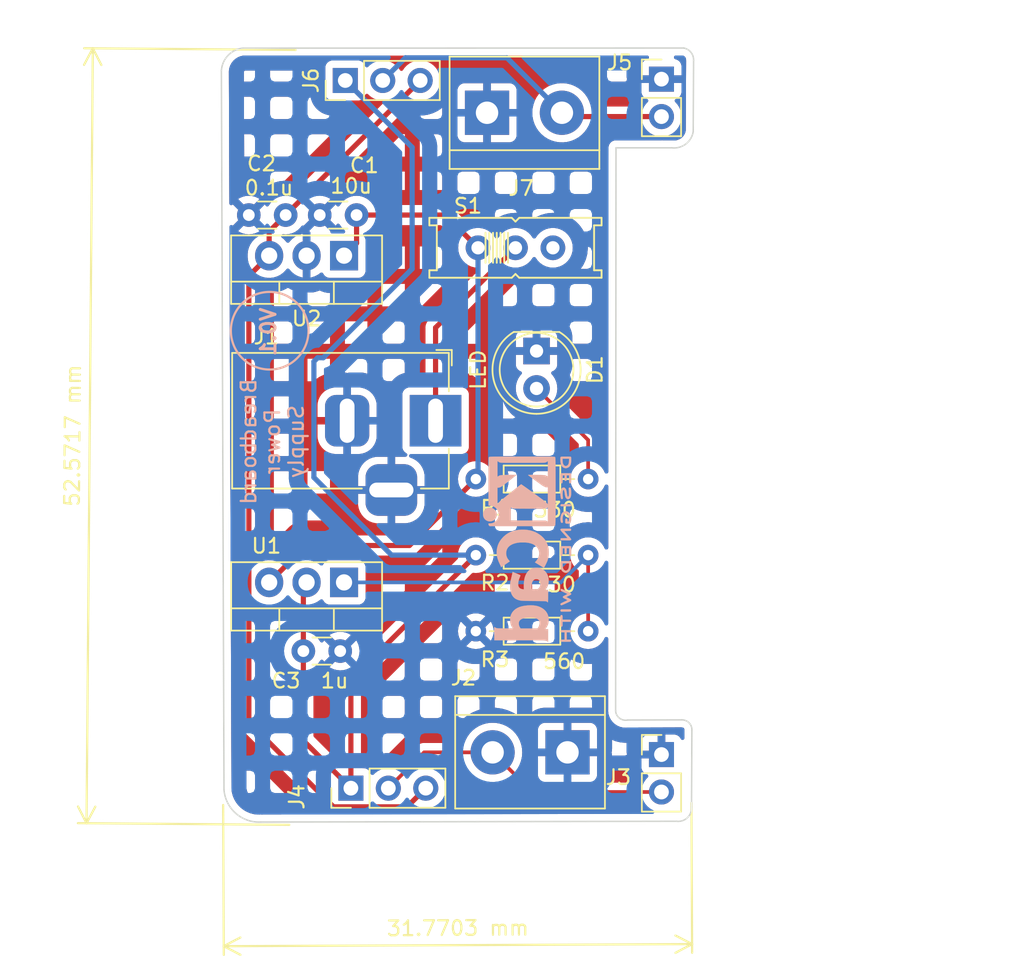
<source format=kicad_pcb>
(kicad_pcb (version 20211014) (generator pcbnew)
  (layers (0 "F.Cu" signal) (31 "B.Cu" signal) (34 "B.Paste" user) (35 "F.Paste" user) (36 "B.SilkS" user "B.Silkscreen") (37 "F.SilkS" user "F.Silkscreen") (38 "B.Mask" user) (39 "F.Mask" user) (44 "Edge.Cuts" user))
  (net 0 "")
  (net 1 "/12v")
  (net 2 "GND")
  (net 3 "/5v")
  (net 4 "/3.3v")
  (net 5 "/PWR_input")
  (net 6 "/PWR_TOP")
  (net 8 "Net-(D1-Pad2)")
  (net 9 "Net-(R2-Pad1)")
  (net 10 "/PWR_bottom")
  (footprint "Resistor_THT:R_Axial_DIN0204_L3.6mm_D1.6mm_P7.62mm_Horizontal" (layer "F.Cu") (at 140.4405 98.330125 180)
    (fp_text reference "R2" (at 6.3205 -1.877875) (layer "F.SilkS"))
    (fp_text value "330" (at 2.2605 -2.004875) (layer "F.SilkS"))
    (pad "1" thru_hole circle (at 0 0 180) (size 1.4 1.4) (drill 0.7) (layers *.Cu *.Mask) (net 9 "Net-(R2-Pad1)"))
    (pad "2" thru_hole oval (at 7.62 0 180) (size 1.4 1.4) (drill 0.7) (layers *.Cu *.Mask) (net 4 "/3.3v"))
  )
  (footprint "Capacitor_THT:C_Disc_D3.0mm_W1.6mm_P2.50mm" (layer "F.Cu") (at 123.62 104.84 180)
    (fp_text reference "C3" (at 3.672 -2.015) (layer "F.SilkS"))
    (fp_text value "1u" (at 0.378 -2.015) (layer "F.SilkS"))
    (pad "1" thru_hole circle (at 0 0 180) (size 1.6 1.6) (drill 0.8) (layers *.Cu *.Mask) (net 2 "GND"))
    (pad "2" thru_hole circle (at 2.5 0 180) (size 1.6 1.6) (drill 0.8) (layers *.Cu *.Mask) (net 4 "/3.3v"))
  )
  (footprint "Connector_BarrelJack:BarrelJack_Horizontal" (layer "F.Cu") (at 130.09 89.2125)
    (fp_text reference "J1" (at -11.482 -5.6965) (layer "F.SilkS"))
    (fp_text value "Barrel_Jack_Switch")
    (pad "1" thru_hole rect (at 0 0) (size 3.5 3.5) (drill oval 1 3) (layers *.Cu *.Mask) (net 5 "/PWR_input"))
    (pad "2" thru_hole roundrect (at -6 0) (size 3 3.5) (drill oval 1 3) (layers *.Cu *.Mask) (net 2 "GND"))
    (pad "3" thru_hole roundrect (at -3 4.7) (size 3.5 3.5) (drill oval 3 1) (layers *.Cu *.Mask) (net 2 "GND"))
  )
  (footprint "Capacitor_THT:C_Disc_D3.0mm_W1.6mm_P2.50mm" (layer "F.Cu") (at 124.73 75.26 180)
    (fp_text reference "C1" (at -0.526 3.366) (layer "F.SilkS"))
    (fp_text value "10u" (at 0.362 1.971) (layer "F.SilkS"))
    (pad "1" thru_hole circle (at 0 0 180) (size 1.6 1.6) (drill 0.8) (layers *.Cu *.Mask) (net 1 "/12v"))
    (pad "2" thru_hole circle (at 2.5 0 180) (size 1.6 1.6) (drill 0.8) (layers *.Cu *.Mask) (net 2 "GND"))
  )
  (footprint "Connector_PinHeader_2.54mm:PinHeader_1x03_P2.54mm_Vertical" (layer "F.Cu") (at 123.965 66.13 90)
    (fp_text reference "J6" (at 0 -2.33 90) (layer "F.SilkS"))
    (fp_text value "Conn_01x03_Male")
    (pad "1" thru_hole rect (at 0 0 90) (size 1.7 1.7) (drill 1) (layers *.Cu *.Mask) (net 4 "/3.3v"))
    (pad "2" thru_hole oval (at 0 2.54 90) (size 1.7 1.7) (drill 1) (layers *.Cu *.Mask) (net 10 "/PWR_bottom"))
    (pad "3" thru_hole oval (at 0 5.08 90) (size 1.7 1.7) (drill 1) (layers *.Cu *.Mask) (net 3 "/5v"))
  )
  (footprint "Connector_PinHeader_2.54mm:PinHeader_1x02_P2.54mm_Vertical" (layer "F.Cu") (at 145.415 111.86)
    (fp_text reference "J3" (at -2.921 1.543) (layer "F.SilkS"))
    (fp_text value "Conn_01x02_Male")
    (pad "1" thru_hole rect locked (at 0 0) (size 1.7 1.7) (drill 1) (layers *.Cu *.Mask) (net 2 "GND"))
    (pad "2" thru_hole oval locked (at 0 2.54) (size 1.7 1.7) (drill 1) (layers *.Cu *.Mask) (net 6 "/PWR_TOP"))
  )
  (footprint "Connector_PinHeader_2.54mm:PinHeader_1x02_P2.54mm_Vertical" (layer "F.Cu") (at 145.415 66.04)
    (fp_text reference "J5" (at -2.835 -1.13) (layer "F.SilkS"))
    (fp_text value "Conn_01x02_Male")
    (pad "1" thru_hole rect (at 0 0) (size 1.7 1.7) (drill 1) (layers *.Cu *.Mask) (net 2 "GND"))
    (pad "2" thru_hole oval (at 0 2.54) (size 1.7 1.7) (drill 1) (layers *.Cu *.Mask) (net 10 "/PWR_bottom"))
  )
  (footprint "Package_TO_SOT_THT:TO-220-3_Vertical" (layer "F.Cu") (at 123.88 78.015 180)
    (fp_text reference "U2" (at 2.54 -4.27) (layer "F.SilkS"))
    (fp_text value "LM7805_TO220")
    (pad "1" thru_hole rect (at 0 0 180) (size 1.905 2) (drill 1.1) (layers *.Cu *.Mask) (net 1 "/12v"))
    (pad "2" thru_hole oval (at 2.54 0 180) (size 1.905 2) (drill 1.1) (layers *.Cu *.Mask) (net 2 "GND"))
    (pad "3" thru_hole oval (at 5.08 0 180) (size 1.905 2) (drill 1.1) (layers *.Cu *.Mask) (net 3 "/5v"))
  )
  (footprint "Resistor_THT:R_Axial_DIN0204_L3.6mm_D1.6mm_P7.62mm_Horizontal" (layer "F.Cu") (at 132.8205 93.17025)
    (fp_text reference "R1" (at 1.2995 1.96275) (layer "F.SilkS"))
    (fp_text value "330" (at 5.3595 2.08975) (layer "F.SilkS"))
    (pad "1" thru_hole circle (at 0 0) (size 1.4 1.4) (drill 0.7) (layers *.Cu *.Mask) (net 1 "/12v"))
    (pad "2" thru_hole oval (at 7.62 0) (size 1.4 1.4) (drill 0.7) (layers *.Cu *.Mask) (net 8 "Net-(D1-Pad2)"))
  )
  (footprint "TerminalBlock:TerminalBlock_bornier-2_P5.08mm" (layer "F.Cu") (at 139.04 111.71 180)
    (fp_text reference "J2" (at 7.06 5.053) (layer "F.SilkS"))
    (fp_text value "Screw_Terminal_01x02")
    (pad "1" thru_hole rect (at 0 0 180) (size 3 3) (drill 1.52) (layers *.Cu *.Mask) (net 2 "GND"))
    (pad "2" thru_hole circle (at 5.08 0 180) (size 3 3) (drill 1.52) (layers *.Cu *.Mask) (net 6 "/PWR_TOP"))
  )
  (footprint "Connector_PinHeader_2.54mm:PinHeader_1x03_P2.54mm_Vertical" (layer "F.Cu") (at 124.345 114.14 90)
    (fp_text reference "J4" (at -0.586 -3.671 90) (layer "F.SilkS"))
    (fp_text value "Conn_01x03_Male")
    (pad "1" thru_hole rect (at 0 0 90) (size 1.7 1.7) (drill 1) (layers *.Cu *.Mask) (net 4 "/3.3v"))
    (pad "2" thru_hole oval (at 0 2.54 90) (size 1.7 1.7) (drill 1) (layers *.Cu *.Mask) (net 6 "/PWR_TOP"))
    (pad "3" thru_hole oval (at 0 5.08 90) (size 1.7 1.7) (drill 1) (layers *.Cu *.Mask) (net 3 "/5v"))
  )
  (footprint "eg1218:EG1218" (layer "F.Cu") (at 135.51 77.48)
    (fp_text reference "S1" (at -3.225 -2.84) (layer "F.SilkS"))
    (fp_text value "EG1218")
    (pad "O" thru_hole circle locked (at -2.54 0) (size 1.6764 1.6764) (drill 0.9) (layers *.Cu *.Mask) (net 1 "/12v"))
    (pad "P" thru_hole circle locked (at 0 0) (size 1.6764 1.6764) (drill 0.9) (layers *.Cu *.Mask) (net 5 "/PWR_input"))
    (pad "S" thru_hole circle locked (at 2.54 0) (size 1.6764 1.6764) (drill 0.9) (layers *.Cu *.Mask))
  )
  (footprint "Package_TO_SOT_THT:TO-220-3_Vertical" (layer "F.Cu") (at 123.88 100.18 180)
    (fp_text reference "U1" (at 5.272 2.474) (layer "F.SilkS"))
    (fp_text value "LM317_TO-220")
    (pad "1" thru_hole rect (at 0 0 180) (size 1.905 2) (drill 1.1) (layers *.Cu *.Mask) (net 9 "Net-(R2-Pad1)"))
    (pad "2" thru_hole oval (at 2.54 0 180) (size 1.905 2) (drill 1.1) (layers *.Cu *.Mask) (net 4 "/3.3v"))
    (pad "3" thru_hole oval (at 5.08 0 180) (size 1.905 2) (drill 1.1) (layers *.Cu *.Mask) (net 1 "/12v"))
  )
  (footprint "TerminalBlock:TerminalBlock_bornier-2_P5.08mm" (layer "F.Cu") (at 133.581 68.32)
    (fp_text reference "J7" (at 2.315 5.118) (layer "F.SilkS"))
    (fp_text value "Screw_Terminal_01x02")
    (pad "1" thru_hole rect (at 0 0) (size 3 3) (drill 1.52) (layers *.Cu *.Mask) (net 2 "GND"))
    (pad "2" thru_hole circle (at 5.08 0) (size 3 3) (drill 1.52) (layers *.Cu *.Mask) (net 10 "/PWR_bottom"))
  )
  (footprint "LED_THT:LED_D5.0mm" (layer "F.Cu") (at 136.94 84.483 -90)
    (fp_text reference "D1" (at 1.27 -3.96 90) (layer "F.SilkS"))
    (fp_text value "LED" (at 1.27 3.96 90) (layer "F.SilkS"))
    (pad "1" thru_hole rect (at 0 0 270) (size 1.8 1.8) (drill 0.9) (layers *.Cu *.Mask) (net 2 "GND"))
    (pad "2" thru_hole circle (at 2.54 0 270) (size 1.8 1.8) (drill 0.9) (layers *.Cu *.Mask) (net 8 "Net-(D1-Pad2)"))
  )
  (footprint "Resistor_THT:R_Axial_DIN0204_L3.6mm_D1.6mm_P7.62mm_Horizontal" (layer "F.Cu") (at 132.8205 103.49)
    (fp_text reference "R3" (at 1.2995 1.92) (layer "F.SilkS"))
    (fp_text value "560" (at 5.9935 2.047) (layer "F.SilkS"))
    (pad "1" thru_hole circle (at 0 0) (size 1.4 1.4) (drill 0.7) (layers *.Cu *.Mask) (net 2 "GND"))
    (pad "2" thru_hole oval (at 7.62 0) (size 1.4 1.4) (drill 0.7) (layers *.Cu *.Mask) (net 9 "Net-(R2-Pad1)"))
  )
  (footprint "Capacitor_THT:C_Disc_D3.0mm_W1.6mm_P2.50mm" (layer "F.Cu") (at 119.92 75.26 180)
    (fp_text reference "C2" (at 1.642 3.493) (layer "F.SilkS"))
    (fp_text value "0.1u" (at 1.134 1.844) (layer "F.SilkS"))
    (pad "1" thru_hole circle (at 0 0 180) (size 1.6 1.6) (drill 0.8) (layers *.Cu *.Mask) (net 3 "/5v"))
    (pad "2" thru_hole circle (at 2.5 0 180) (size 1.6 1.6) (drill 0.8) (layers *.Cu *.Mask) (net 2 "GND"))
  )
  (footprint "Symbol:KiCad-Logo2_5mm_SilkScreen" (layer "B.Cu") (at 136.288 97.921 -90)
    (fp_text reference "REF**" hide)
    (fp_text value "KiCad-Logo2_5mm_SilkScreen" hide)
  )
  (gr_circle (center 118.836 83.106) (end 116.683 84.622) (layer "B.SilkS") (width 0.15) (fill none))
  (gr_line (start 146.791 109.507) (end 143.12 109.517) (layer "Edge.Cuts") (width 0.1))
  (gr_line (start 146.932 63.929) (end 117.014 63.935) (layer "Edge.Cuts") (width 0.1))
  (gr_arc (start 147.569 69.581) (mid 147.075382 70.433462) (end 146.126 70.699) (layer "Edge.Cuts") (width 0.1))
  (gr_line (start 142.304 108.884) (end 142.33 70.7) (layer "Edge.Cuts") (width 0.1))
  (gr_arc (start 115.56 65.453) (mid 116.011881 64.43048) (end 117.014 63.935) (layer "Edge.Cuts") (width 0.1))
  (gr_arc (start 147.453 115.435) (mid 147.162953 116.153018) (end 146.434 116.387) (layer "Edge.Cuts") (width 0.1))
  (gr_line (start 118.235 116.438) (end 146.434 116.387) (layer "Edge.Cuts") (width 0.1))
  (gr_line (start 147.569 69.581) (end 147.594 64.765) (layer "Edge.Cuts") (width 0.1))
  (gr_arc (start 143.12 109.517) (mid 142.569811 109.392475) (end 142.304 108.884) (layer "Edge.Cuts") (width 0.1))
  (gr_arc (start 146.791 109.507) (mid 147.290277 109.709922) (end 147.478 110.215) (layer "Edge.Cuts") (width 0.1))
  (gr_arc (start 146.932 63.929) (mid 147.414976 64.221332) (end 147.594 64.765) (layer "Edge.Cuts") (width 0.1))
  (gr_line (start 115.56 65.453) (end 115.736 114.239) (layer "Edge.Cuts") (width 0.1))
  (gr_line (start 142.33 70.7) (end 146.126 70.699) (layer "Edge.Cuts") (width 0.1))
  (gr_arc (start 118.235 116.438) (mid 116.537157 115.848008) (end 115.736 114.239) (layer "Edge.Cuts") (width 0.1))
  (gr_line (start 147.453 115.435) (end 147.478 110.215) (layer "Edge.Cuts") (width 0.1))
  (gr_text "Breadboard\nPower\nSupply" (at 119.022 90.629 90) (layer "B.SilkS") (effects (font (size 1 1)) (justify mirror)))
  (gr_text "V0.1" (at 118.743 83.185 90) (layer "B.SilkS") (effects (font (size 1 1) (thickness 0.2)) (justify mirror)))
  (dimension (type aligned) (layer "F.SilkS") (pts (xy 115.676 114.781) (xy 147.446 114.638)) (height 10.08027) (gr_text "31.7703 mm" (at 131.601196 123.63968 0.2578923871) (layer "F.SilkS") (effects (font (size 1 1) (thickness 0.15)))) (format (units 3) (units_format 1) (precision 4)) (style (thickness 0.15) (arrow_length 1.27) (text_position_mode 0) (extension_height 0.58642) (extension_offset 0.5) keep_text_aligned))
  (dimension (type aligned) (layer "F.SilkS") (pts (xy 121.09 64.063) (xy 120.663 116.633)) (height 14.252313) (gr_text "52.5717 mm" (at 105.474695 90.222898 89.53462507) (layer "F.SilkS") (effects (font (size 1 1) (thickness 0.15)))) (format (units 3) (units_format 1) (precision 4)) (style (thickness 0.15) (arrow_length 1.27) (text_position_mode 0) (extension_height 0.58642) (extension_offset 0.5) keep_text_aligned))
  (segment (start 128.31375 97.677) (end 132.8205 93.17025) (width 0.35) (layer "F.Cu") (net 1))
  (segment (start 124.73 75.26) (end 124.73 77.165) (width 0.35) (layer "F.Cu") (net 1))
  (segment (start 130.75 75.26) (end 132.97 77.48) (width 0.35) (layer "F.Cu") (net 1))
  (segment (start 118.8 100.18) (end 121.303 97.677) (width 0.35) (layer "F.Cu") (net 1))
  (segment (start 124.73 75.26) (end 130.75 75.26) (width 0.35) (layer "F.Cu") (net 1))
  (segment (start 121.303 97.677) (end 128.31375 97.677) (width 0.35) (layer "F.Cu") (net 1))
  (segment (start 124.73 77.165) (end 123.88 78.015) (width 0.35) (layer "F.Cu") (net 1))
  (segment (start 132.97 77.48) (end 132.97 93.02075) (width 0.35) (layer "B.Cu") (net 1))
  (segment (start 132.97 93.02075) (end 132.8205 93.17025) (width 0.35) (layer "B.Cu") (net 1))
  (segment (start 123.159978 115.404) (end 128.161 115.404) (width 0.35) (layer "F.Cu") (net 3))
  (segment (start 118.8 78.015) (end 118.8 76.38) (width 0.35) (layer "F.Cu") (net 3))
  (segment (start 117.42298 109.667002) (end 123.159978 115.404) (width 0.35) (layer "F.Cu") (net 3))
  (segment (start 118.8 76.38) (end 119.92 75.26) (width 0.35) (layer "F.Cu") (net 3))
  (segment (start 117.42298 79.39202) (end 117.42298 109.667002) (width 0.35) (layer "F.Cu") (net 3))
  (segment (start 129.045 66.135) (end 129.045 66.13) (width 0.35) (layer "F.Cu") (net 3))
  (segment (start 119.92 75.26) (end 129.045 66.135) (width 0.35) (layer "F.Cu") (net 3))
  (segment (start 118.8 78.015) (end 117.42298 79.39202) (width 0.35) (layer "F.Cu") (net 3))
  (segment (start 128.161 115.404) (end 129.425 114.14) (width 0.35) (layer "F.Cu") (net 3))
  (segment (start 121.12 100.4) (end 121.34 100.18) (width 0.35) (layer "F.Cu") (net 4))
  (segment (start 124.345 106.805625) (end 132.8205 98.330125) (width 0.35) (layer "F.Cu") (net 4))
  (segment (start 124.345 114.14) (end 124.345 106.805625) (width 0.35) (layer "F.Cu") (net 4))
  (segment (start 121.12 104.84) (end 121.12 100.4) (width 0.35) (layer "F.Cu") (net 4))
  (segment (start 121.12 104.84) (end 121.12 110.915) (width 0.35) (layer "F.Cu") (net 4))
  (segment (start 121.12 110.915) (end 124.345 114.14) (width 0.35) (layer "F.Cu") (net 4))
  (segment (start 121.835 93.059) (end 127.106125 98.330125) (width 0.35) (layer "B.Cu") (net 4))
  (segment (start 122.089 84.939) (end 121.835 85.193) (width 0.35) (layer "B.Cu") (net 4))
  (segment (start 128.501989 78.907011) (end 122.47 84.939) (width 0.35) (layer "B.Cu") (net 4))
  (segment (start 123.965 66.13) (end 128.501989 70.666989) (width 0.35) (layer "B.Cu") (net 4))
  (segment (start 121.835 85.193) (end 121.835 93.059) (width 0.35) (layer "B.Cu") (net 4))
  (segment (start 128.501989 70.666989) (end 128.501989 78.907011) (width 0.35) (layer "B.Cu") (net 4))
  (segment (start 122.47 84.939) (end 122.089 84.939) (width 0.35) (layer "B.Cu") (net 4))
  (segment (start 127.106125 98.330125) (end 132.8205 98.330125) (width 0.35) (layer "B.Cu") (net 4))
  (segment (start 130.09 82.9) (end 135.51 77.48) (width 0.35) (layer "F.Cu") (net 5))
  (segment (start 130.09 89.2125) (end 130.09 82.9) (width 0.35) (layer "F.Cu") (net 5))
  (segment (start 126.885 114.14) (end 129.315 111.71) (width 0.25) (layer "F.Cu") (net 6))
  (segment (start 129.315 111.71) (end 133.96 111.71) (width 0.25) (layer "F.Cu") (net 6))
  (segment (start 136.65 114.4) (end 133.96 111.71) (width 0.25) (layer "F.Cu") (net 6))
  (segment (start 145.415 114.4) (end 136.65 114.4) (width 0.25) (layer "F.Cu") (net 6))
  (segment (start 140.4405 90.5235) (end 136.94 87.023) (width 0.25) (layer "F.Cu") (net 8))
  (segment (start 140.4405 93.17025) (end 140.4405 90.5235) (width 0.25) (layer "F.Cu") (net 8))
  (segment (start 140.4405 98.330125) (end 140.4405 103.49) (width 0.25) (layer "F.Cu") (net 9))
  (segment (start 123.88 100.18) (end 138.590625 100.18) (width 0.25) (layer "B.Cu") (net 9))
  (segment (start 138.590625 100.18) (end 140.4405 98.330125) (width 0.25) (layer "B.Cu") (net 9))
  (segment (start 138.921 68.58) (end 138.661 68.32) (width 0.35) (layer "F.Cu") (net 10))
  (segment (start 145.415 68.58) (end 138.921 68.58) (width 0.35) (layer "F.Cu") (net 10))
  (segment (start 138.661 68.32) (end 134.933 64.592) (width 0.35) (layer "B.Cu") (net 10))
  (segment (start 134.933 64.592) (end 128.043 64.592) (width 0.35) (layer "B.Cu") (net 10))
  (segment (start 128.043 64.592) (end 126.505 66.13) (width 0.35) (layer "B.Cu") (net 10))
  (zone (net 2) (net_name "GND") (layers F&B.Cu) (connect_pads (clearance 0.508)) (min_thickness 0.254) (fill yes (mode hatch) (thermal_gap 0.508) (thermal_bridge_width 0.508) (hatch_thickness 1.016) (hatch_gap 1.524) (hatch_orientation 0) (hatch_border_algorithm hatch_thickness) (hatch_min_hole_area 0.3))
    (polygon (pts (xy 152.169 122.448) (xy 111.231 122.448) (xy 111.231 60.67) (xy 152.169 60.67)))
  )
  (zone (net 2) (net_name "GND") (layer "B.Cu") (connect_pads (clearance 0.508)) (min_thickness 0.254) (fill yes (mode hatch) (thermal_gap 0.508) (thermal_bridge_width 0.508) (hatch_thickness 1.016) (hatch_gap 1.524) (hatch_orientation 0) (hatch_smoothing_level 2) (hatch_smoothing_value 0.4) (hatch_border_algorithm hatch_thickness) (hatch_min_hole_area 0.3))
    (polygon (pts (xy 149.984 62.502) (xy 149.984 120.746) (xy 112.396 120.932) (xy 112.396 62.316)))
  )
)
</source>
